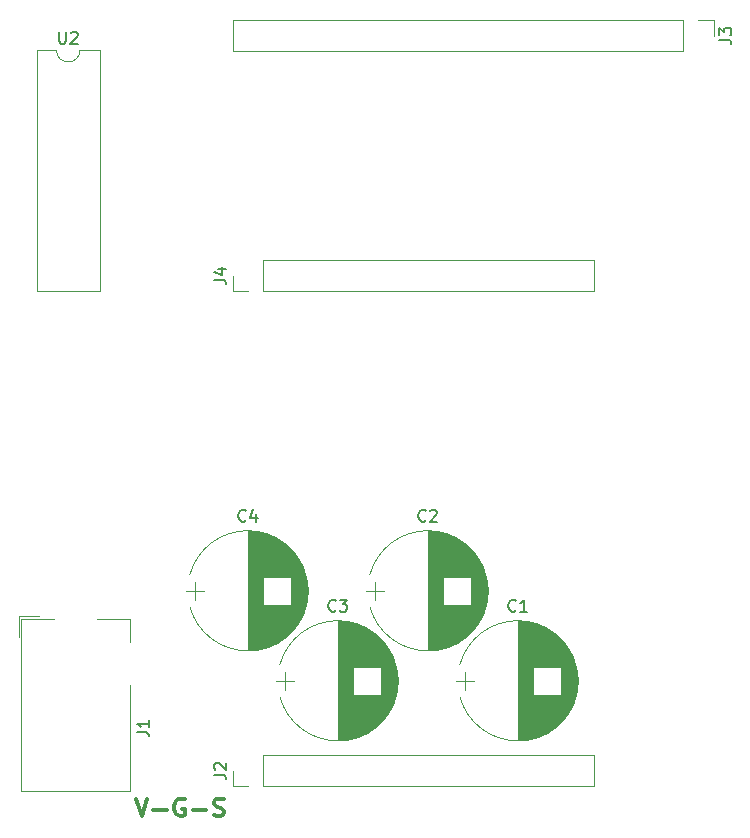
<source format=gbr>
G04 #@! TF.FileFunction,Legend,Top*
%FSLAX46Y46*%
G04 Gerber Fmt 4.6, Leading zero omitted, Abs format (unit mm)*
G04 Created by KiCad (PCBNEW 4.0.7-e2-6376~58~ubuntu16.04.1) date Fri Nov 24 12:37:30 2017*
%MOMM*%
%LPD*%
G01*
G04 APERTURE LIST*
%ADD10C,0.100000*%
%ADD11C,0.300000*%
%ADD12C,0.120000*%
%ADD13C,0.150000*%
G04 APERTURE END LIST*
D10*
D11*
X37453572Y-83633571D02*
X37953572Y-85133571D01*
X38453572Y-83633571D01*
X38953572Y-84562143D02*
X40096429Y-84562143D01*
X41596429Y-83705000D02*
X41453572Y-83633571D01*
X41239286Y-83633571D01*
X41025001Y-83705000D01*
X40882143Y-83847857D01*
X40810715Y-83990714D01*
X40739286Y-84276429D01*
X40739286Y-84490714D01*
X40810715Y-84776429D01*
X40882143Y-84919286D01*
X41025001Y-85062143D01*
X41239286Y-85133571D01*
X41382143Y-85133571D01*
X41596429Y-85062143D01*
X41667858Y-84990714D01*
X41667858Y-84490714D01*
X41382143Y-84490714D01*
X42310715Y-84562143D02*
X43453572Y-84562143D01*
X44096429Y-85062143D02*
X44310715Y-85133571D01*
X44667858Y-85133571D01*
X44810715Y-85062143D01*
X44882144Y-84990714D01*
X44953572Y-84847857D01*
X44953572Y-84705000D01*
X44882144Y-84562143D01*
X44810715Y-84490714D01*
X44667858Y-84419286D01*
X44382144Y-84347857D01*
X44239286Y-84276429D01*
X44167858Y-84205000D01*
X44096429Y-84062143D01*
X44096429Y-83919286D01*
X44167858Y-83776429D01*
X44239286Y-83705000D01*
X44382144Y-83633571D01*
X44739286Y-83633571D01*
X44953572Y-83705000D01*
D12*
X32750000Y-20260000D02*
G75*
G02X30750000Y-20260000I-1000000J0D01*
G01*
X30750000Y-20260000D02*
X29100000Y-20260000D01*
X29100000Y-20260000D02*
X29100000Y-40700000D01*
X29100000Y-40700000D02*
X34400000Y-40700000D01*
X34400000Y-40700000D02*
X34400000Y-20260000D01*
X34400000Y-20260000D02*
X32750000Y-20260000D01*
X74708437Y-72276736D02*
G75*
G03X64910643Y-72280000I-4898437J-1383264D01*
G01*
X74708437Y-75043264D02*
G75*
G02X64910643Y-75040000I-4898437J1383264D01*
G01*
X74708437Y-75043264D02*
G75*
G03X74709357Y-72280000I-4898437J1383264D01*
G01*
X69810000Y-68610000D02*
X69810000Y-78710000D01*
X69850000Y-68610000D02*
X69850000Y-78710000D01*
X69890000Y-68610000D02*
X69890000Y-78710000D01*
X69930000Y-68611000D02*
X69930000Y-78709000D01*
X69970000Y-68612000D02*
X69970000Y-78708000D01*
X70010000Y-68613000D02*
X70010000Y-78707000D01*
X70050000Y-68615000D02*
X70050000Y-78705000D01*
X70090000Y-68617000D02*
X70090000Y-78703000D01*
X70130000Y-68620000D02*
X70130000Y-78700000D01*
X70170000Y-68622000D02*
X70170000Y-78698000D01*
X70210000Y-68625000D02*
X70210000Y-78695000D01*
X70250000Y-68629000D02*
X70250000Y-78691000D01*
X70290000Y-68632000D02*
X70290000Y-78688000D01*
X70330000Y-68636000D02*
X70330000Y-78684000D01*
X70370000Y-68640000D02*
X70370000Y-78680000D01*
X70410000Y-68645000D02*
X70410000Y-78675000D01*
X70450000Y-68650000D02*
X70450000Y-78670000D01*
X70490000Y-68655000D02*
X70490000Y-78665000D01*
X70531000Y-68661000D02*
X70531000Y-78659000D01*
X70571000Y-68667000D02*
X70571000Y-78653000D01*
X70611000Y-68673000D02*
X70611000Y-78647000D01*
X70651000Y-68679000D02*
X70651000Y-78641000D01*
X70691000Y-68686000D02*
X70691000Y-78634000D01*
X70731000Y-68693000D02*
X70731000Y-78627000D01*
X70771000Y-68701000D02*
X70771000Y-78619000D01*
X70811000Y-68709000D02*
X70811000Y-78611000D01*
X70851000Y-68717000D02*
X70851000Y-78603000D01*
X70891000Y-68725000D02*
X70891000Y-78595000D01*
X70931000Y-68734000D02*
X70931000Y-78586000D01*
X70971000Y-68743000D02*
X70971000Y-78577000D01*
X71011000Y-68753000D02*
X71011000Y-78567000D01*
X71051000Y-68763000D02*
X71051000Y-78557000D01*
X71091000Y-68773000D02*
X71091000Y-78547000D01*
X71131000Y-68784000D02*
X71131000Y-72479000D01*
X71131000Y-74841000D02*
X71131000Y-78536000D01*
X71171000Y-68795000D02*
X71171000Y-72479000D01*
X71171000Y-74841000D02*
X71171000Y-78525000D01*
X71211000Y-68806000D02*
X71211000Y-72479000D01*
X71211000Y-74841000D02*
X71211000Y-78514000D01*
X71251000Y-68817000D02*
X71251000Y-72479000D01*
X71251000Y-74841000D02*
X71251000Y-78503000D01*
X71291000Y-68829000D02*
X71291000Y-72479000D01*
X71291000Y-74841000D02*
X71291000Y-78491000D01*
X71331000Y-68842000D02*
X71331000Y-72479000D01*
X71331000Y-74841000D02*
X71331000Y-78478000D01*
X71371000Y-68854000D02*
X71371000Y-72479000D01*
X71371000Y-74841000D02*
X71371000Y-78466000D01*
X71411000Y-68868000D02*
X71411000Y-72479000D01*
X71411000Y-74841000D02*
X71411000Y-78452000D01*
X71451000Y-68881000D02*
X71451000Y-72479000D01*
X71451000Y-74841000D02*
X71451000Y-78439000D01*
X71491000Y-68895000D02*
X71491000Y-72479000D01*
X71491000Y-74841000D02*
X71491000Y-78425000D01*
X71531000Y-68909000D02*
X71531000Y-72479000D01*
X71531000Y-74841000D02*
X71531000Y-78411000D01*
X71571000Y-68923000D02*
X71571000Y-72479000D01*
X71571000Y-74841000D02*
X71571000Y-78397000D01*
X71611000Y-68938000D02*
X71611000Y-72479000D01*
X71611000Y-74841000D02*
X71611000Y-78382000D01*
X71651000Y-68954000D02*
X71651000Y-72479000D01*
X71651000Y-74841000D02*
X71651000Y-78366000D01*
X71691000Y-68969000D02*
X71691000Y-72479000D01*
X71691000Y-74841000D02*
X71691000Y-78351000D01*
X71731000Y-68986000D02*
X71731000Y-72479000D01*
X71731000Y-74841000D02*
X71731000Y-78334000D01*
X71771000Y-69002000D02*
X71771000Y-72479000D01*
X71771000Y-74841000D02*
X71771000Y-78318000D01*
X71811000Y-69019000D02*
X71811000Y-72479000D01*
X71811000Y-74841000D02*
X71811000Y-78301000D01*
X71851000Y-69036000D02*
X71851000Y-72479000D01*
X71851000Y-74841000D02*
X71851000Y-78284000D01*
X71891000Y-69054000D02*
X71891000Y-72479000D01*
X71891000Y-74841000D02*
X71891000Y-78266000D01*
X71931000Y-69072000D02*
X71931000Y-72479000D01*
X71931000Y-74841000D02*
X71931000Y-78248000D01*
X71971000Y-69091000D02*
X71971000Y-72479000D01*
X71971000Y-74841000D02*
X71971000Y-78229000D01*
X72011000Y-69110000D02*
X72011000Y-72479000D01*
X72011000Y-74841000D02*
X72011000Y-78210000D01*
X72051000Y-69129000D02*
X72051000Y-72479000D01*
X72051000Y-74841000D02*
X72051000Y-78191000D01*
X72091000Y-69149000D02*
X72091000Y-72479000D01*
X72091000Y-74841000D02*
X72091000Y-78171000D01*
X72131000Y-69169000D02*
X72131000Y-72479000D01*
X72131000Y-74841000D02*
X72131000Y-78151000D01*
X72171000Y-69190000D02*
X72171000Y-72479000D01*
X72171000Y-74841000D02*
X72171000Y-78130000D01*
X72211000Y-69211000D02*
X72211000Y-72479000D01*
X72211000Y-74841000D02*
X72211000Y-78109000D01*
X72251000Y-69232000D02*
X72251000Y-72479000D01*
X72251000Y-74841000D02*
X72251000Y-78088000D01*
X72291000Y-69255000D02*
X72291000Y-72479000D01*
X72291000Y-74841000D02*
X72291000Y-78065000D01*
X72331000Y-69277000D02*
X72331000Y-72479000D01*
X72331000Y-74841000D02*
X72331000Y-78043000D01*
X72371000Y-69300000D02*
X72371000Y-72479000D01*
X72371000Y-74841000D02*
X72371000Y-78020000D01*
X72411000Y-69324000D02*
X72411000Y-72479000D01*
X72411000Y-74841000D02*
X72411000Y-77996000D01*
X72451000Y-69348000D02*
X72451000Y-72479000D01*
X72451000Y-74841000D02*
X72451000Y-77972000D01*
X72491000Y-69372000D02*
X72491000Y-72479000D01*
X72491000Y-74841000D02*
X72491000Y-77948000D01*
X72531000Y-69397000D02*
X72531000Y-72479000D01*
X72531000Y-74841000D02*
X72531000Y-77923000D01*
X72571000Y-69423000D02*
X72571000Y-72479000D01*
X72571000Y-74841000D02*
X72571000Y-77897000D01*
X72611000Y-69449000D02*
X72611000Y-72479000D01*
X72611000Y-74841000D02*
X72611000Y-77871000D01*
X72651000Y-69475000D02*
X72651000Y-72479000D01*
X72651000Y-74841000D02*
X72651000Y-77845000D01*
X72691000Y-69503000D02*
X72691000Y-72479000D01*
X72691000Y-74841000D02*
X72691000Y-77817000D01*
X72731000Y-69530000D02*
X72731000Y-72479000D01*
X72731000Y-74841000D02*
X72731000Y-77790000D01*
X72771000Y-69559000D02*
X72771000Y-72479000D01*
X72771000Y-74841000D02*
X72771000Y-77761000D01*
X72811000Y-69588000D02*
X72811000Y-72479000D01*
X72811000Y-74841000D02*
X72811000Y-77732000D01*
X72851000Y-69617000D02*
X72851000Y-72479000D01*
X72851000Y-74841000D02*
X72851000Y-77703000D01*
X72891000Y-69647000D02*
X72891000Y-72479000D01*
X72891000Y-74841000D02*
X72891000Y-77673000D01*
X72931000Y-69678000D02*
X72931000Y-72479000D01*
X72931000Y-74841000D02*
X72931000Y-77642000D01*
X72971000Y-69709000D02*
X72971000Y-72479000D01*
X72971000Y-74841000D02*
X72971000Y-77611000D01*
X73011000Y-69741000D02*
X73011000Y-72479000D01*
X73011000Y-74841000D02*
X73011000Y-77579000D01*
X73051000Y-69774000D02*
X73051000Y-72479000D01*
X73051000Y-74841000D02*
X73051000Y-77546000D01*
X73091000Y-69807000D02*
X73091000Y-72479000D01*
X73091000Y-74841000D02*
X73091000Y-77513000D01*
X73131000Y-69841000D02*
X73131000Y-72479000D01*
X73131000Y-74841000D02*
X73131000Y-77479000D01*
X73171000Y-69876000D02*
X73171000Y-72479000D01*
X73171000Y-74841000D02*
X73171000Y-77444000D01*
X73211000Y-69912000D02*
X73211000Y-72479000D01*
X73211000Y-74841000D02*
X73211000Y-77408000D01*
X73251000Y-69948000D02*
X73251000Y-72479000D01*
X73251000Y-74841000D02*
X73251000Y-77372000D01*
X73291000Y-69985000D02*
X73291000Y-72479000D01*
X73291000Y-74841000D02*
X73291000Y-77335000D01*
X73331000Y-70023000D02*
X73331000Y-72479000D01*
X73331000Y-74841000D02*
X73331000Y-77297000D01*
X73371000Y-70062000D02*
X73371000Y-72479000D01*
X73371000Y-74841000D02*
X73371000Y-77258000D01*
X73411000Y-70101000D02*
X73411000Y-72479000D01*
X73411000Y-74841000D02*
X73411000Y-77219000D01*
X73451000Y-70142000D02*
X73451000Y-72479000D01*
X73451000Y-74841000D02*
X73451000Y-77178000D01*
X73491000Y-70183000D02*
X73491000Y-77137000D01*
X73531000Y-70225000D02*
X73531000Y-77095000D01*
X73571000Y-70269000D02*
X73571000Y-77051000D01*
X73611000Y-70313000D02*
X73611000Y-77007000D01*
X73651000Y-70358000D02*
X73651000Y-76962000D01*
X73691000Y-70405000D02*
X73691000Y-76915000D01*
X73731000Y-70453000D02*
X73731000Y-76867000D01*
X73771000Y-70502000D02*
X73771000Y-76818000D01*
X73811000Y-70552000D02*
X73811000Y-76768000D01*
X73851000Y-70603000D02*
X73851000Y-76717000D01*
X73891000Y-70656000D02*
X73891000Y-76664000D01*
X73931000Y-70711000D02*
X73931000Y-76609000D01*
X73971000Y-70766000D02*
X73971000Y-76554000D01*
X74011000Y-70824000D02*
X74011000Y-76496000D01*
X74051000Y-70883000D02*
X74051000Y-76437000D01*
X74091000Y-70945000D02*
X74091000Y-76375000D01*
X74131000Y-71008000D02*
X74131000Y-76312000D01*
X74171000Y-71073000D02*
X74171000Y-76247000D01*
X74211000Y-71141000D02*
X74211000Y-76179000D01*
X74251000Y-71211000D02*
X74251000Y-76109000D01*
X74291000Y-71283000D02*
X74291000Y-76037000D01*
X74331000Y-71359000D02*
X74331000Y-75961000D01*
X74371000Y-71438000D02*
X74371000Y-75882000D01*
X74411000Y-71520000D02*
X74411000Y-75800000D01*
X74451000Y-71607000D02*
X74451000Y-75713000D01*
X74491000Y-71698000D02*
X74491000Y-75622000D01*
X74531000Y-71794000D02*
X74531000Y-75526000D01*
X74571000Y-71897000D02*
X74571000Y-75423000D01*
X74611000Y-72006000D02*
X74611000Y-75314000D01*
X74651000Y-72124000D02*
X74651000Y-75196000D01*
X74691000Y-72253000D02*
X74691000Y-75067000D01*
X74731000Y-72395000D02*
X74731000Y-74925000D01*
X74771000Y-72556000D02*
X74771000Y-74764000D01*
X74811000Y-72747000D02*
X74811000Y-74573000D01*
X74851000Y-72988000D02*
X74851000Y-74332000D01*
X74891000Y-73381000D02*
X74891000Y-73939000D01*
X64610000Y-73660000D02*
X66110000Y-73660000D01*
X65360000Y-72910000D02*
X65360000Y-74410000D01*
X76260000Y-82610000D02*
X76260000Y-79950000D01*
X48260000Y-82610000D02*
X76260000Y-82610000D01*
X48260000Y-79950000D02*
X76260000Y-79950000D01*
X48260000Y-82610000D02*
X48260000Y-79950000D01*
X46990000Y-82610000D02*
X45660000Y-82610000D01*
X45660000Y-82610000D02*
X45660000Y-81280000D01*
X45660000Y-17720000D02*
X45660000Y-20380000D01*
X83820000Y-17720000D02*
X45660000Y-17720000D01*
X83820000Y-20380000D02*
X45660000Y-20380000D01*
X83820000Y-17720000D02*
X83820000Y-20380000D01*
X85090000Y-17720000D02*
X86420000Y-17720000D01*
X86420000Y-17720000D02*
X86420000Y-19050000D01*
X76260000Y-40700000D02*
X76260000Y-38040000D01*
X48260000Y-40700000D02*
X76260000Y-40700000D01*
X48260000Y-38040000D02*
X76260000Y-38040000D01*
X48260000Y-40700000D02*
X48260000Y-38040000D01*
X46990000Y-40700000D02*
X45660000Y-40700000D01*
X45660000Y-40700000D02*
X45660000Y-39370000D01*
X36985000Y-74015000D02*
X36985000Y-83015000D01*
X36985000Y-83015000D02*
X27785000Y-83015000D01*
X27785000Y-83015000D02*
X27785000Y-68415000D01*
X27785000Y-68415000D02*
X30585000Y-68415000D01*
X34185000Y-68415000D02*
X36985000Y-68415000D01*
X36985000Y-68415000D02*
X36985000Y-70415000D01*
X27545000Y-69915000D02*
X27545000Y-68175000D01*
X27545000Y-68175000D02*
X29285000Y-68175000D01*
X67088437Y-64656736D02*
G75*
G03X57290643Y-64660000I-4898437J-1383264D01*
G01*
X67088437Y-67423264D02*
G75*
G02X57290643Y-67420000I-4898437J1383264D01*
G01*
X67088437Y-67423264D02*
G75*
G03X67089357Y-64660000I-4898437J1383264D01*
G01*
X62190000Y-60990000D02*
X62190000Y-71090000D01*
X62230000Y-60990000D02*
X62230000Y-71090000D01*
X62270000Y-60990000D02*
X62270000Y-71090000D01*
X62310000Y-60991000D02*
X62310000Y-71089000D01*
X62350000Y-60992000D02*
X62350000Y-71088000D01*
X62390000Y-60993000D02*
X62390000Y-71087000D01*
X62430000Y-60995000D02*
X62430000Y-71085000D01*
X62470000Y-60997000D02*
X62470000Y-71083000D01*
X62510000Y-61000000D02*
X62510000Y-71080000D01*
X62550000Y-61002000D02*
X62550000Y-71078000D01*
X62590000Y-61005000D02*
X62590000Y-71075000D01*
X62630000Y-61009000D02*
X62630000Y-71071000D01*
X62670000Y-61012000D02*
X62670000Y-71068000D01*
X62710000Y-61016000D02*
X62710000Y-71064000D01*
X62750000Y-61020000D02*
X62750000Y-71060000D01*
X62790000Y-61025000D02*
X62790000Y-71055000D01*
X62830000Y-61030000D02*
X62830000Y-71050000D01*
X62870000Y-61035000D02*
X62870000Y-71045000D01*
X62911000Y-61041000D02*
X62911000Y-71039000D01*
X62951000Y-61047000D02*
X62951000Y-71033000D01*
X62991000Y-61053000D02*
X62991000Y-71027000D01*
X63031000Y-61059000D02*
X63031000Y-71021000D01*
X63071000Y-61066000D02*
X63071000Y-71014000D01*
X63111000Y-61073000D02*
X63111000Y-71007000D01*
X63151000Y-61081000D02*
X63151000Y-70999000D01*
X63191000Y-61089000D02*
X63191000Y-70991000D01*
X63231000Y-61097000D02*
X63231000Y-70983000D01*
X63271000Y-61105000D02*
X63271000Y-70975000D01*
X63311000Y-61114000D02*
X63311000Y-70966000D01*
X63351000Y-61123000D02*
X63351000Y-70957000D01*
X63391000Y-61133000D02*
X63391000Y-70947000D01*
X63431000Y-61143000D02*
X63431000Y-70937000D01*
X63471000Y-61153000D02*
X63471000Y-70927000D01*
X63511000Y-61164000D02*
X63511000Y-64859000D01*
X63511000Y-67221000D02*
X63511000Y-70916000D01*
X63551000Y-61175000D02*
X63551000Y-64859000D01*
X63551000Y-67221000D02*
X63551000Y-70905000D01*
X63591000Y-61186000D02*
X63591000Y-64859000D01*
X63591000Y-67221000D02*
X63591000Y-70894000D01*
X63631000Y-61197000D02*
X63631000Y-64859000D01*
X63631000Y-67221000D02*
X63631000Y-70883000D01*
X63671000Y-61209000D02*
X63671000Y-64859000D01*
X63671000Y-67221000D02*
X63671000Y-70871000D01*
X63711000Y-61222000D02*
X63711000Y-64859000D01*
X63711000Y-67221000D02*
X63711000Y-70858000D01*
X63751000Y-61234000D02*
X63751000Y-64859000D01*
X63751000Y-67221000D02*
X63751000Y-70846000D01*
X63791000Y-61248000D02*
X63791000Y-64859000D01*
X63791000Y-67221000D02*
X63791000Y-70832000D01*
X63831000Y-61261000D02*
X63831000Y-64859000D01*
X63831000Y-67221000D02*
X63831000Y-70819000D01*
X63871000Y-61275000D02*
X63871000Y-64859000D01*
X63871000Y-67221000D02*
X63871000Y-70805000D01*
X63911000Y-61289000D02*
X63911000Y-64859000D01*
X63911000Y-67221000D02*
X63911000Y-70791000D01*
X63951000Y-61303000D02*
X63951000Y-64859000D01*
X63951000Y-67221000D02*
X63951000Y-70777000D01*
X63991000Y-61318000D02*
X63991000Y-64859000D01*
X63991000Y-67221000D02*
X63991000Y-70762000D01*
X64031000Y-61334000D02*
X64031000Y-64859000D01*
X64031000Y-67221000D02*
X64031000Y-70746000D01*
X64071000Y-61349000D02*
X64071000Y-64859000D01*
X64071000Y-67221000D02*
X64071000Y-70731000D01*
X64111000Y-61366000D02*
X64111000Y-64859000D01*
X64111000Y-67221000D02*
X64111000Y-70714000D01*
X64151000Y-61382000D02*
X64151000Y-64859000D01*
X64151000Y-67221000D02*
X64151000Y-70698000D01*
X64191000Y-61399000D02*
X64191000Y-64859000D01*
X64191000Y-67221000D02*
X64191000Y-70681000D01*
X64231000Y-61416000D02*
X64231000Y-64859000D01*
X64231000Y-67221000D02*
X64231000Y-70664000D01*
X64271000Y-61434000D02*
X64271000Y-64859000D01*
X64271000Y-67221000D02*
X64271000Y-70646000D01*
X64311000Y-61452000D02*
X64311000Y-64859000D01*
X64311000Y-67221000D02*
X64311000Y-70628000D01*
X64351000Y-61471000D02*
X64351000Y-64859000D01*
X64351000Y-67221000D02*
X64351000Y-70609000D01*
X64391000Y-61490000D02*
X64391000Y-64859000D01*
X64391000Y-67221000D02*
X64391000Y-70590000D01*
X64431000Y-61509000D02*
X64431000Y-64859000D01*
X64431000Y-67221000D02*
X64431000Y-70571000D01*
X64471000Y-61529000D02*
X64471000Y-64859000D01*
X64471000Y-67221000D02*
X64471000Y-70551000D01*
X64511000Y-61549000D02*
X64511000Y-64859000D01*
X64511000Y-67221000D02*
X64511000Y-70531000D01*
X64551000Y-61570000D02*
X64551000Y-64859000D01*
X64551000Y-67221000D02*
X64551000Y-70510000D01*
X64591000Y-61591000D02*
X64591000Y-64859000D01*
X64591000Y-67221000D02*
X64591000Y-70489000D01*
X64631000Y-61612000D02*
X64631000Y-64859000D01*
X64631000Y-67221000D02*
X64631000Y-70468000D01*
X64671000Y-61635000D02*
X64671000Y-64859000D01*
X64671000Y-67221000D02*
X64671000Y-70445000D01*
X64711000Y-61657000D02*
X64711000Y-64859000D01*
X64711000Y-67221000D02*
X64711000Y-70423000D01*
X64751000Y-61680000D02*
X64751000Y-64859000D01*
X64751000Y-67221000D02*
X64751000Y-70400000D01*
X64791000Y-61704000D02*
X64791000Y-64859000D01*
X64791000Y-67221000D02*
X64791000Y-70376000D01*
X64831000Y-61728000D02*
X64831000Y-64859000D01*
X64831000Y-67221000D02*
X64831000Y-70352000D01*
X64871000Y-61752000D02*
X64871000Y-64859000D01*
X64871000Y-67221000D02*
X64871000Y-70328000D01*
X64911000Y-61777000D02*
X64911000Y-64859000D01*
X64911000Y-67221000D02*
X64911000Y-70303000D01*
X64951000Y-61803000D02*
X64951000Y-64859000D01*
X64951000Y-67221000D02*
X64951000Y-70277000D01*
X64991000Y-61829000D02*
X64991000Y-64859000D01*
X64991000Y-67221000D02*
X64991000Y-70251000D01*
X65031000Y-61855000D02*
X65031000Y-64859000D01*
X65031000Y-67221000D02*
X65031000Y-70225000D01*
X65071000Y-61883000D02*
X65071000Y-64859000D01*
X65071000Y-67221000D02*
X65071000Y-70197000D01*
X65111000Y-61910000D02*
X65111000Y-64859000D01*
X65111000Y-67221000D02*
X65111000Y-70170000D01*
X65151000Y-61939000D02*
X65151000Y-64859000D01*
X65151000Y-67221000D02*
X65151000Y-70141000D01*
X65191000Y-61968000D02*
X65191000Y-64859000D01*
X65191000Y-67221000D02*
X65191000Y-70112000D01*
X65231000Y-61997000D02*
X65231000Y-64859000D01*
X65231000Y-67221000D02*
X65231000Y-70083000D01*
X65271000Y-62027000D02*
X65271000Y-64859000D01*
X65271000Y-67221000D02*
X65271000Y-70053000D01*
X65311000Y-62058000D02*
X65311000Y-64859000D01*
X65311000Y-67221000D02*
X65311000Y-70022000D01*
X65351000Y-62089000D02*
X65351000Y-64859000D01*
X65351000Y-67221000D02*
X65351000Y-69991000D01*
X65391000Y-62121000D02*
X65391000Y-64859000D01*
X65391000Y-67221000D02*
X65391000Y-69959000D01*
X65431000Y-62154000D02*
X65431000Y-64859000D01*
X65431000Y-67221000D02*
X65431000Y-69926000D01*
X65471000Y-62187000D02*
X65471000Y-64859000D01*
X65471000Y-67221000D02*
X65471000Y-69893000D01*
X65511000Y-62221000D02*
X65511000Y-64859000D01*
X65511000Y-67221000D02*
X65511000Y-69859000D01*
X65551000Y-62256000D02*
X65551000Y-64859000D01*
X65551000Y-67221000D02*
X65551000Y-69824000D01*
X65591000Y-62292000D02*
X65591000Y-64859000D01*
X65591000Y-67221000D02*
X65591000Y-69788000D01*
X65631000Y-62328000D02*
X65631000Y-64859000D01*
X65631000Y-67221000D02*
X65631000Y-69752000D01*
X65671000Y-62365000D02*
X65671000Y-64859000D01*
X65671000Y-67221000D02*
X65671000Y-69715000D01*
X65711000Y-62403000D02*
X65711000Y-64859000D01*
X65711000Y-67221000D02*
X65711000Y-69677000D01*
X65751000Y-62442000D02*
X65751000Y-64859000D01*
X65751000Y-67221000D02*
X65751000Y-69638000D01*
X65791000Y-62481000D02*
X65791000Y-64859000D01*
X65791000Y-67221000D02*
X65791000Y-69599000D01*
X65831000Y-62522000D02*
X65831000Y-64859000D01*
X65831000Y-67221000D02*
X65831000Y-69558000D01*
X65871000Y-62563000D02*
X65871000Y-69517000D01*
X65911000Y-62605000D02*
X65911000Y-69475000D01*
X65951000Y-62649000D02*
X65951000Y-69431000D01*
X65991000Y-62693000D02*
X65991000Y-69387000D01*
X66031000Y-62738000D02*
X66031000Y-69342000D01*
X66071000Y-62785000D02*
X66071000Y-69295000D01*
X66111000Y-62833000D02*
X66111000Y-69247000D01*
X66151000Y-62882000D02*
X66151000Y-69198000D01*
X66191000Y-62932000D02*
X66191000Y-69148000D01*
X66231000Y-62983000D02*
X66231000Y-69097000D01*
X66271000Y-63036000D02*
X66271000Y-69044000D01*
X66311000Y-63091000D02*
X66311000Y-68989000D01*
X66351000Y-63146000D02*
X66351000Y-68934000D01*
X66391000Y-63204000D02*
X66391000Y-68876000D01*
X66431000Y-63263000D02*
X66431000Y-68817000D01*
X66471000Y-63325000D02*
X66471000Y-68755000D01*
X66511000Y-63388000D02*
X66511000Y-68692000D01*
X66551000Y-63453000D02*
X66551000Y-68627000D01*
X66591000Y-63521000D02*
X66591000Y-68559000D01*
X66631000Y-63591000D02*
X66631000Y-68489000D01*
X66671000Y-63663000D02*
X66671000Y-68417000D01*
X66711000Y-63739000D02*
X66711000Y-68341000D01*
X66751000Y-63818000D02*
X66751000Y-68262000D01*
X66791000Y-63900000D02*
X66791000Y-68180000D01*
X66831000Y-63987000D02*
X66831000Y-68093000D01*
X66871000Y-64078000D02*
X66871000Y-68002000D01*
X66911000Y-64174000D02*
X66911000Y-67906000D01*
X66951000Y-64277000D02*
X66951000Y-67803000D01*
X66991000Y-64386000D02*
X66991000Y-67694000D01*
X67031000Y-64504000D02*
X67031000Y-67576000D01*
X67071000Y-64633000D02*
X67071000Y-67447000D01*
X67111000Y-64775000D02*
X67111000Y-67305000D01*
X67151000Y-64936000D02*
X67151000Y-67144000D01*
X67191000Y-65127000D02*
X67191000Y-66953000D01*
X67231000Y-65368000D02*
X67231000Y-66712000D01*
X67271000Y-65761000D02*
X67271000Y-66319000D01*
X56990000Y-66040000D02*
X58490000Y-66040000D01*
X57740000Y-65290000D02*
X57740000Y-66790000D01*
X59468437Y-72276736D02*
G75*
G03X49670643Y-72280000I-4898437J-1383264D01*
G01*
X59468437Y-75043264D02*
G75*
G02X49670643Y-75040000I-4898437J1383264D01*
G01*
X59468437Y-75043264D02*
G75*
G03X59469357Y-72280000I-4898437J1383264D01*
G01*
X54570000Y-68610000D02*
X54570000Y-78710000D01*
X54610000Y-68610000D02*
X54610000Y-78710000D01*
X54650000Y-68610000D02*
X54650000Y-78710000D01*
X54690000Y-68611000D02*
X54690000Y-78709000D01*
X54730000Y-68612000D02*
X54730000Y-78708000D01*
X54770000Y-68613000D02*
X54770000Y-78707000D01*
X54810000Y-68615000D02*
X54810000Y-78705000D01*
X54850000Y-68617000D02*
X54850000Y-78703000D01*
X54890000Y-68620000D02*
X54890000Y-78700000D01*
X54930000Y-68622000D02*
X54930000Y-78698000D01*
X54970000Y-68625000D02*
X54970000Y-78695000D01*
X55010000Y-68629000D02*
X55010000Y-78691000D01*
X55050000Y-68632000D02*
X55050000Y-78688000D01*
X55090000Y-68636000D02*
X55090000Y-78684000D01*
X55130000Y-68640000D02*
X55130000Y-78680000D01*
X55170000Y-68645000D02*
X55170000Y-78675000D01*
X55210000Y-68650000D02*
X55210000Y-78670000D01*
X55250000Y-68655000D02*
X55250000Y-78665000D01*
X55291000Y-68661000D02*
X55291000Y-78659000D01*
X55331000Y-68667000D02*
X55331000Y-78653000D01*
X55371000Y-68673000D02*
X55371000Y-78647000D01*
X55411000Y-68679000D02*
X55411000Y-78641000D01*
X55451000Y-68686000D02*
X55451000Y-78634000D01*
X55491000Y-68693000D02*
X55491000Y-78627000D01*
X55531000Y-68701000D02*
X55531000Y-78619000D01*
X55571000Y-68709000D02*
X55571000Y-78611000D01*
X55611000Y-68717000D02*
X55611000Y-78603000D01*
X55651000Y-68725000D02*
X55651000Y-78595000D01*
X55691000Y-68734000D02*
X55691000Y-78586000D01*
X55731000Y-68743000D02*
X55731000Y-78577000D01*
X55771000Y-68753000D02*
X55771000Y-78567000D01*
X55811000Y-68763000D02*
X55811000Y-78557000D01*
X55851000Y-68773000D02*
X55851000Y-78547000D01*
X55891000Y-68784000D02*
X55891000Y-72479000D01*
X55891000Y-74841000D02*
X55891000Y-78536000D01*
X55931000Y-68795000D02*
X55931000Y-72479000D01*
X55931000Y-74841000D02*
X55931000Y-78525000D01*
X55971000Y-68806000D02*
X55971000Y-72479000D01*
X55971000Y-74841000D02*
X55971000Y-78514000D01*
X56011000Y-68817000D02*
X56011000Y-72479000D01*
X56011000Y-74841000D02*
X56011000Y-78503000D01*
X56051000Y-68829000D02*
X56051000Y-72479000D01*
X56051000Y-74841000D02*
X56051000Y-78491000D01*
X56091000Y-68842000D02*
X56091000Y-72479000D01*
X56091000Y-74841000D02*
X56091000Y-78478000D01*
X56131000Y-68854000D02*
X56131000Y-72479000D01*
X56131000Y-74841000D02*
X56131000Y-78466000D01*
X56171000Y-68868000D02*
X56171000Y-72479000D01*
X56171000Y-74841000D02*
X56171000Y-78452000D01*
X56211000Y-68881000D02*
X56211000Y-72479000D01*
X56211000Y-74841000D02*
X56211000Y-78439000D01*
X56251000Y-68895000D02*
X56251000Y-72479000D01*
X56251000Y-74841000D02*
X56251000Y-78425000D01*
X56291000Y-68909000D02*
X56291000Y-72479000D01*
X56291000Y-74841000D02*
X56291000Y-78411000D01*
X56331000Y-68923000D02*
X56331000Y-72479000D01*
X56331000Y-74841000D02*
X56331000Y-78397000D01*
X56371000Y-68938000D02*
X56371000Y-72479000D01*
X56371000Y-74841000D02*
X56371000Y-78382000D01*
X56411000Y-68954000D02*
X56411000Y-72479000D01*
X56411000Y-74841000D02*
X56411000Y-78366000D01*
X56451000Y-68969000D02*
X56451000Y-72479000D01*
X56451000Y-74841000D02*
X56451000Y-78351000D01*
X56491000Y-68986000D02*
X56491000Y-72479000D01*
X56491000Y-74841000D02*
X56491000Y-78334000D01*
X56531000Y-69002000D02*
X56531000Y-72479000D01*
X56531000Y-74841000D02*
X56531000Y-78318000D01*
X56571000Y-69019000D02*
X56571000Y-72479000D01*
X56571000Y-74841000D02*
X56571000Y-78301000D01*
X56611000Y-69036000D02*
X56611000Y-72479000D01*
X56611000Y-74841000D02*
X56611000Y-78284000D01*
X56651000Y-69054000D02*
X56651000Y-72479000D01*
X56651000Y-74841000D02*
X56651000Y-78266000D01*
X56691000Y-69072000D02*
X56691000Y-72479000D01*
X56691000Y-74841000D02*
X56691000Y-78248000D01*
X56731000Y-69091000D02*
X56731000Y-72479000D01*
X56731000Y-74841000D02*
X56731000Y-78229000D01*
X56771000Y-69110000D02*
X56771000Y-72479000D01*
X56771000Y-74841000D02*
X56771000Y-78210000D01*
X56811000Y-69129000D02*
X56811000Y-72479000D01*
X56811000Y-74841000D02*
X56811000Y-78191000D01*
X56851000Y-69149000D02*
X56851000Y-72479000D01*
X56851000Y-74841000D02*
X56851000Y-78171000D01*
X56891000Y-69169000D02*
X56891000Y-72479000D01*
X56891000Y-74841000D02*
X56891000Y-78151000D01*
X56931000Y-69190000D02*
X56931000Y-72479000D01*
X56931000Y-74841000D02*
X56931000Y-78130000D01*
X56971000Y-69211000D02*
X56971000Y-72479000D01*
X56971000Y-74841000D02*
X56971000Y-78109000D01*
X57011000Y-69232000D02*
X57011000Y-72479000D01*
X57011000Y-74841000D02*
X57011000Y-78088000D01*
X57051000Y-69255000D02*
X57051000Y-72479000D01*
X57051000Y-74841000D02*
X57051000Y-78065000D01*
X57091000Y-69277000D02*
X57091000Y-72479000D01*
X57091000Y-74841000D02*
X57091000Y-78043000D01*
X57131000Y-69300000D02*
X57131000Y-72479000D01*
X57131000Y-74841000D02*
X57131000Y-78020000D01*
X57171000Y-69324000D02*
X57171000Y-72479000D01*
X57171000Y-74841000D02*
X57171000Y-77996000D01*
X57211000Y-69348000D02*
X57211000Y-72479000D01*
X57211000Y-74841000D02*
X57211000Y-77972000D01*
X57251000Y-69372000D02*
X57251000Y-72479000D01*
X57251000Y-74841000D02*
X57251000Y-77948000D01*
X57291000Y-69397000D02*
X57291000Y-72479000D01*
X57291000Y-74841000D02*
X57291000Y-77923000D01*
X57331000Y-69423000D02*
X57331000Y-72479000D01*
X57331000Y-74841000D02*
X57331000Y-77897000D01*
X57371000Y-69449000D02*
X57371000Y-72479000D01*
X57371000Y-74841000D02*
X57371000Y-77871000D01*
X57411000Y-69475000D02*
X57411000Y-72479000D01*
X57411000Y-74841000D02*
X57411000Y-77845000D01*
X57451000Y-69503000D02*
X57451000Y-72479000D01*
X57451000Y-74841000D02*
X57451000Y-77817000D01*
X57491000Y-69530000D02*
X57491000Y-72479000D01*
X57491000Y-74841000D02*
X57491000Y-77790000D01*
X57531000Y-69559000D02*
X57531000Y-72479000D01*
X57531000Y-74841000D02*
X57531000Y-77761000D01*
X57571000Y-69588000D02*
X57571000Y-72479000D01*
X57571000Y-74841000D02*
X57571000Y-77732000D01*
X57611000Y-69617000D02*
X57611000Y-72479000D01*
X57611000Y-74841000D02*
X57611000Y-77703000D01*
X57651000Y-69647000D02*
X57651000Y-72479000D01*
X57651000Y-74841000D02*
X57651000Y-77673000D01*
X57691000Y-69678000D02*
X57691000Y-72479000D01*
X57691000Y-74841000D02*
X57691000Y-77642000D01*
X57731000Y-69709000D02*
X57731000Y-72479000D01*
X57731000Y-74841000D02*
X57731000Y-77611000D01*
X57771000Y-69741000D02*
X57771000Y-72479000D01*
X57771000Y-74841000D02*
X57771000Y-77579000D01*
X57811000Y-69774000D02*
X57811000Y-72479000D01*
X57811000Y-74841000D02*
X57811000Y-77546000D01*
X57851000Y-69807000D02*
X57851000Y-72479000D01*
X57851000Y-74841000D02*
X57851000Y-77513000D01*
X57891000Y-69841000D02*
X57891000Y-72479000D01*
X57891000Y-74841000D02*
X57891000Y-77479000D01*
X57931000Y-69876000D02*
X57931000Y-72479000D01*
X57931000Y-74841000D02*
X57931000Y-77444000D01*
X57971000Y-69912000D02*
X57971000Y-72479000D01*
X57971000Y-74841000D02*
X57971000Y-77408000D01*
X58011000Y-69948000D02*
X58011000Y-72479000D01*
X58011000Y-74841000D02*
X58011000Y-77372000D01*
X58051000Y-69985000D02*
X58051000Y-72479000D01*
X58051000Y-74841000D02*
X58051000Y-77335000D01*
X58091000Y-70023000D02*
X58091000Y-72479000D01*
X58091000Y-74841000D02*
X58091000Y-77297000D01*
X58131000Y-70062000D02*
X58131000Y-72479000D01*
X58131000Y-74841000D02*
X58131000Y-77258000D01*
X58171000Y-70101000D02*
X58171000Y-72479000D01*
X58171000Y-74841000D02*
X58171000Y-77219000D01*
X58211000Y-70142000D02*
X58211000Y-72479000D01*
X58211000Y-74841000D02*
X58211000Y-77178000D01*
X58251000Y-70183000D02*
X58251000Y-77137000D01*
X58291000Y-70225000D02*
X58291000Y-77095000D01*
X58331000Y-70269000D02*
X58331000Y-77051000D01*
X58371000Y-70313000D02*
X58371000Y-77007000D01*
X58411000Y-70358000D02*
X58411000Y-76962000D01*
X58451000Y-70405000D02*
X58451000Y-76915000D01*
X58491000Y-70453000D02*
X58491000Y-76867000D01*
X58531000Y-70502000D02*
X58531000Y-76818000D01*
X58571000Y-70552000D02*
X58571000Y-76768000D01*
X58611000Y-70603000D02*
X58611000Y-76717000D01*
X58651000Y-70656000D02*
X58651000Y-76664000D01*
X58691000Y-70711000D02*
X58691000Y-76609000D01*
X58731000Y-70766000D02*
X58731000Y-76554000D01*
X58771000Y-70824000D02*
X58771000Y-76496000D01*
X58811000Y-70883000D02*
X58811000Y-76437000D01*
X58851000Y-70945000D02*
X58851000Y-76375000D01*
X58891000Y-71008000D02*
X58891000Y-76312000D01*
X58931000Y-71073000D02*
X58931000Y-76247000D01*
X58971000Y-71141000D02*
X58971000Y-76179000D01*
X59011000Y-71211000D02*
X59011000Y-76109000D01*
X59051000Y-71283000D02*
X59051000Y-76037000D01*
X59091000Y-71359000D02*
X59091000Y-75961000D01*
X59131000Y-71438000D02*
X59131000Y-75882000D01*
X59171000Y-71520000D02*
X59171000Y-75800000D01*
X59211000Y-71607000D02*
X59211000Y-75713000D01*
X59251000Y-71698000D02*
X59251000Y-75622000D01*
X59291000Y-71794000D02*
X59291000Y-75526000D01*
X59331000Y-71897000D02*
X59331000Y-75423000D01*
X59371000Y-72006000D02*
X59371000Y-75314000D01*
X59411000Y-72124000D02*
X59411000Y-75196000D01*
X59451000Y-72253000D02*
X59451000Y-75067000D01*
X59491000Y-72395000D02*
X59491000Y-74925000D01*
X59531000Y-72556000D02*
X59531000Y-74764000D01*
X59571000Y-72747000D02*
X59571000Y-74573000D01*
X59611000Y-72988000D02*
X59611000Y-74332000D01*
X59651000Y-73381000D02*
X59651000Y-73939000D01*
X49370000Y-73660000D02*
X50870000Y-73660000D01*
X50120000Y-72910000D02*
X50120000Y-74410000D01*
X51848437Y-64656736D02*
G75*
G03X42050643Y-64660000I-4898437J-1383264D01*
G01*
X51848437Y-67423264D02*
G75*
G02X42050643Y-67420000I-4898437J1383264D01*
G01*
X51848437Y-67423264D02*
G75*
G03X51849357Y-64660000I-4898437J1383264D01*
G01*
X46950000Y-60990000D02*
X46950000Y-71090000D01*
X46990000Y-60990000D02*
X46990000Y-71090000D01*
X47030000Y-60990000D02*
X47030000Y-71090000D01*
X47070000Y-60991000D02*
X47070000Y-71089000D01*
X47110000Y-60992000D02*
X47110000Y-71088000D01*
X47150000Y-60993000D02*
X47150000Y-71087000D01*
X47190000Y-60995000D02*
X47190000Y-71085000D01*
X47230000Y-60997000D02*
X47230000Y-71083000D01*
X47270000Y-61000000D02*
X47270000Y-71080000D01*
X47310000Y-61002000D02*
X47310000Y-71078000D01*
X47350000Y-61005000D02*
X47350000Y-71075000D01*
X47390000Y-61009000D02*
X47390000Y-71071000D01*
X47430000Y-61012000D02*
X47430000Y-71068000D01*
X47470000Y-61016000D02*
X47470000Y-71064000D01*
X47510000Y-61020000D02*
X47510000Y-71060000D01*
X47550000Y-61025000D02*
X47550000Y-71055000D01*
X47590000Y-61030000D02*
X47590000Y-71050000D01*
X47630000Y-61035000D02*
X47630000Y-71045000D01*
X47671000Y-61041000D02*
X47671000Y-71039000D01*
X47711000Y-61047000D02*
X47711000Y-71033000D01*
X47751000Y-61053000D02*
X47751000Y-71027000D01*
X47791000Y-61059000D02*
X47791000Y-71021000D01*
X47831000Y-61066000D02*
X47831000Y-71014000D01*
X47871000Y-61073000D02*
X47871000Y-71007000D01*
X47911000Y-61081000D02*
X47911000Y-70999000D01*
X47951000Y-61089000D02*
X47951000Y-70991000D01*
X47991000Y-61097000D02*
X47991000Y-70983000D01*
X48031000Y-61105000D02*
X48031000Y-70975000D01*
X48071000Y-61114000D02*
X48071000Y-70966000D01*
X48111000Y-61123000D02*
X48111000Y-70957000D01*
X48151000Y-61133000D02*
X48151000Y-70947000D01*
X48191000Y-61143000D02*
X48191000Y-70937000D01*
X48231000Y-61153000D02*
X48231000Y-70927000D01*
X48271000Y-61164000D02*
X48271000Y-64859000D01*
X48271000Y-67221000D02*
X48271000Y-70916000D01*
X48311000Y-61175000D02*
X48311000Y-64859000D01*
X48311000Y-67221000D02*
X48311000Y-70905000D01*
X48351000Y-61186000D02*
X48351000Y-64859000D01*
X48351000Y-67221000D02*
X48351000Y-70894000D01*
X48391000Y-61197000D02*
X48391000Y-64859000D01*
X48391000Y-67221000D02*
X48391000Y-70883000D01*
X48431000Y-61209000D02*
X48431000Y-64859000D01*
X48431000Y-67221000D02*
X48431000Y-70871000D01*
X48471000Y-61222000D02*
X48471000Y-64859000D01*
X48471000Y-67221000D02*
X48471000Y-70858000D01*
X48511000Y-61234000D02*
X48511000Y-64859000D01*
X48511000Y-67221000D02*
X48511000Y-70846000D01*
X48551000Y-61248000D02*
X48551000Y-64859000D01*
X48551000Y-67221000D02*
X48551000Y-70832000D01*
X48591000Y-61261000D02*
X48591000Y-64859000D01*
X48591000Y-67221000D02*
X48591000Y-70819000D01*
X48631000Y-61275000D02*
X48631000Y-64859000D01*
X48631000Y-67221000D02*
X48631000Y-70805000D01*
X48671000Y-61289000D02*
X48671000Y-64859000D01*
X48671000Y-67221000D02*
X48671000Y-70791000D01*
X48711000Y-61303000D02*
X48711000Y-64859000D01*
X48711000Y-67221000D02*
X48711000Y-70777000D01*
X48751000Y-61318000D02*
X48751000Y-64859000D01*
X48751000Y-67221000D02*
X48751000Y-70762000D01*
X48791000Y-61334000D02*
X48791000Y-64859000D01*
X48791000Y-67221000D02*
X48791000Y-70746000D01*
X48831000Y-61349000D02*
X48831000Y-64859000D01*
X48831000Y-67221000D02*
X48831000Y-70731000D01*
X48871000Y-61366000D02*
X48871000Y-64859000D01*
X48871000Y-67221000D02*
X48871000Y-70714000D01*
X48911000Y-61382000D02*
X48911000Y-64859000D01*
X48911000Y-67221000D02*
X48911000Y-70698000D01*
X48951000Y-61399000D02*
X48951000Y-64859000D01*
X48951000Y-67221000D02*
X48951000Y-70681000D01*
X48991000Y-61416000D02*
X48991000Y-64859000D01*
X48991000Y-67221000D02*
X48991000Y-70664000D01*
X49031000Y-61434000D02*
X49031000Y-64859000D01*
X49031000Y-67221000D02*
X49031000Y-70646000D01*
X49071000Y-61452000D02*
X49071000Y-64859000D01*
X49071000Y-67221000D02*
X49071000Y-70628000D01*
X49111000Y-61471000D02*
X49111000Y-64859000D01*
X49111000Y-67221000D02*
X49111000Y-70609000D01*
X49151000Y-61490000D02*
X49151000Y-64859000D01*
X49151000Y-67221000D02*
X49151000Y-70590000D01*
X49191000Y-61509000D02*
X49191000Y-64859000D01*
X49191000Y-67221000D02*
X49191000Y-70571000D01*
X49231000Y-61529000D02*
X49231000Y-64859000D01*
X49231000Y-67221000D02*
X49231000Y-70551000D01*
X49271000Y-61549000D02*
X49271000Y-64859000D01*
X49271000Y-67221000D02*
X49271000Y-70531000D01*
X49311000Y-61570000D02*
X49311000Y-64859000D01*
X49311000Y-67221000D02*
X49311000Y-70510000D01*
X49351000Y-61591000D02*
X49351000Y-64859000D01*
X49351000Y-67221000D02*
X49351000Y-70489000D01*
X49391000Y-61612000D02*
X49391000Y-64859000D01*
X49391000Y-67221000D02*
X49391000Y-70468000D01*
X49431000Y-61635000D02*
X49431000Y-64859000D01*
X49431000Y-67221000D02*
X49431000Y-70445000D01*
X49471000Y-61657000D02*
X49471000Y-64859000D01*
X49471000Y-67221000D02*
X49471000Y-70423000D01*
X49511000Y-61680000D02*
X49511000Y-64859000D01*
X49511000Y-67221000D02*
X49511000Y-70400000D01*
X49551000Y-61704000D02*
X49551000Y-64859000D01*
X49551000Y-67221000D02*
X49551000Y-70376000D01*
X49591000Y-61728000D02*
X49591000Y-64859000D01*
X49591000Y-67221000D02*
X49591000Y-70352000D01*
X49631000Y-61752000D02*
X49631000Y-64859000D01*
X49631000Y-67221000D02*
X49631000Y-70328000D01*
X49671000Y-61777000D02*
X49671000Y-64859000D01*
X49671000Y-67221000D02*
X49671000Y-70303000D01*
X49711000Y-61803000D02*
X49711000Y-64859000D01*
X49711000Y-67221000D02*
X49711000Y-70277000D01*
X49751000Y-61829000D02*
X49751000Y-64859000D01*
X49751000Y-67221000D02*
X49751000Y-70251000D01*
X49791000Y-61855000D02*
X49791000Y-64859000D01*
X49791000Y-67221000D02*
X49791000Y-70225000D01*
X49831000Y-61883000D02*
X49831000Y-64859000D01*
X49831000Y-67221000D02*
X49831000Y-70197000D01*
X49871000Y-61910000D02*
X49871000Y-64859000D01*
X49871000Y-67221000D02*
X49871000Y-70170000D01*
X49911000Y-61939000D02*
X49911000Y-64859000D01*
X49911000Y-67221000D02*
X49911000Y-70141000D01*
X49951000Y-61968000D02*
X49951000Y-64859000D01*
X49951000Y-67221000D02*
X49951000Y-70112000D01*
X49991000Y-61997000D02*
X49991000Y-64859000D01*
X49991000Y-67221000D02*
X49991000Y-70083000D01*
X50031000Y-62027000D02*
X50031000Y-64859000D01*
X50031000Y-67221000D02*
X50031000Y-70053000D01*
X50071000Y-62058000D02*
X50071000Y-64859000D01*
X50071000Y-67221000D02*
X50071000Y-70022000D01*
X50111000Y-62089000D02*
X50111000Y-64859000D01*
X50111000Y-67221000D02*
X50111000Y-69991000D01*
X50151000Y-62121000D02*
X50151000Y-64859000D01*
X50151000Y-67221000D02*
X50151000Y-69959000D01*
X50191000Y-62154000D02*
X50191000Y-64859000D01*
X50191000Y-67221000D02*
X50191000Y-69926000D01*
X50231000Y-62187000D02*
X50231000Y-64859000D01*
X50231000Y-67221000D02*
X50231000Y-69893000D01*
X50271000Y-62221000D02*
X50271000Y-64859000D01*
X50271000Y-67221000D02*
X50271000Y-69859000D01*
X50311000Y-62256000D02*
X50311000Y-64859000D01*
X50311000Y-67221000D02*
X50311000Y-69824000D01*
X50351000Y-62292000D02*
X50351000Y-64859000D01*
X50351000Y-67221000D02*
X50351000Y-69788000D01*
X50391000Y-62328000D02*
X50391000Y-64859000D01*
X50391000Y-67221000D02*
X50391000Y-69752000D01*
X50431000Y-62365000D02*
X50431000Y-64859000D01*
X50431000Y-67221000D02*
X50431000Y-69715000D01*
X50471000Y-62403000D02*
X50471000Y-64859000D01*
X50471000Y-67221000D02*
X50471000Y-69677000D01*
X50511000Y-62442000D02*
X50511000Y-64859000D01*
X50511000Y-67221000D02*
X50511000Y-69638000D01*
X50551000Y-62481000D02*
X50551000Y-64859000D01*
X50551000Y-67221000D02*
X50551000Y-69599000D01*
X50591000Y-62522000D02*
X50591000Y-64859000D01*
X50591000Y-67221000D02*
X50591000Y-69558000D01*
X50631000Y-62563000D02*
X50631000Y-69517000D01*
X50671000Y-62605000D02*
X50671000Y-69475000D01*
X50711000Y-62649000D02*
X50711000Y-69431000D01*
X50751000Y-62693000D02*
X50751000Y-69387000D01*
X50791000Y-62738000D02*
X50791000Y-69342000D01*
X50831000Y-62785000D02*
X50831000Y-69295000D01*
X50871000Y-62833000D02*
X50871000Y-69247000D01*
X50911000Y-62882000D02*
X50911000Y-69198000D01*
X50951000Y-62932000D02*
X50951000Y-69148000D01*
X50991000Y-62983000D02*
X50991000Y-69097000D01*
X51031000Y-63036000D02*
X51031000Y-69044000D01*
X51071000Y-63091000D02*
X51071000Y-68989000D01*
X51111000Y-63146000D02*
X51111000Y-68934000D01*
X51151000Y-63204000D02*
X51151000Y-68876000D01*
X51191000Y-63263000D02*
X51191000Y-68817000D01*
X51231000Y-63325000D02*
X51231000Y-68755000D01*
X51271000Y-63388000D02*
X51271000Y-68692000D01*
X51311000Y-63453000D02*
X51311000Y-68627000D01*
X51351000Y-63521000D02*
X51351000Y-68559000D01*
X51391000Y-63591000D02*
X51391000Y-68489000D01*
X51431000Y-63663000D02*
X51431000Y-68417000D01*
X51471000Y-63739000D02*
X51471000Y-68341000D01*
X51511000Y-63818000D02*
X51511000Y-68262000D01*
X51551000Y-63900000D02*
X51551000Y-68180000D01*
X51591000Y-63987000D02*
X51591000Y-68093000D01*
X51631000Y-64078000D02*
X51631000Y-68002000D01*
X51671000Y-64174000D02*
X51671000Y-67906000D01*
X51711000Y-64277000D02*
X51711000Y-67803000D01*
X51751000Y-64386000D02*
X51751000Y-67694000D01*
X51791000Y-64504000D02*
X51791000Y-67576000D01*
X51831000Y-64633000D02*
X51831000Y-67447000D01*
X51871000Y-64775000D02*
X51871000Y-67305000D01*
X51911000Y-64936000D02*
X51911000Y-67144000D01*
X51951000Y-65127000D02*
X51951000Y-66953000D01*
X51991000Y-65368000D02*
X51991000Y-66712000D01*
X52031000Y-65761000D02*
X52031000Y-66319000D01*
X41750000Y-66040000D02*
X43250000Y-66040000D01*
X42500000Y-65290000D02*
X42500000Y-66790000D01*
D13*
X30988095Y-18712381D02*
X30988095Y-19521905D01*
X31035714Y-19617143D01*
X31083333Y-19664762D01*
X31178571Y-19712381D01*
X31369048Y-19712381D01*
X31464286Y-19664762D01*
X31511905Y-19617143D01*
X31559524Y-19521905D01*
X31559524Y-18712381D01*
X31988095Y-18807619D02*
X32035714Y-18760000D01*
X32130952Y-18712381D01*
X32369048Y-18712381D01*
X32464286Y-18760000D01*
X32511905Y-18807619D01*
X32559524Y-18902857D01*
X32559524Y-18998095D01*
X32511905Y-19140952D01*
X31940476Y-19712381D01*
X32559524Y-19712381D01*
X69643334Y-67707143D02*
X69595715Y-67754762D01*
X69452858Y-67802381D01*
X69357620Y-67802381D01*
X69214762Y-67754762D01*
X69119524Y-67659524D01*
X69071905Y-67564286D01*
X69024286Y-67373810D01*
X69024286Y-67230952D01*
X69071905Y-67040476D01*
X69119524Y-66945238D01*
X69214762Y-66850000D01*
X69357620Y-66802381D01*
X69452858Y-66802381D01*
X69595715Y-66850000D01*
X69643334Y-66897619D01*
X70595715Y-67802381D02*
X70024286Y-67802381D01*
X70310000Y-67802381D02*
X70310000Y-66802381D01*
X70214762Y-66945238D01*
X70119524Y-67040476D01*
X70024286Y-67088095D01*
X44112381Y-81613333D02*
X44826667Y-81613333D01*
X44969524Y-81660953D01*
X45064762Y-81756191D01*
X45112381Y-81899048D01*
X45112381Y-81994286D01*
X44207619Y-81184762D02*
X44160000Y-81137143D01*
X44112381Y-81041905D01*
X44112381Y-80803809D01*
X44160000Y-80708571D01*
X44207619Y-80660952D01*
X44302857Y-80613333D01*
X44398095Y-80613333D01*
X44540952Y-80660952D01*
X45112381Y-81232381D01*
X45112381Y-80613333D01*
X86872381Y-19383333D02*
X87586667Y-19383333D01*
X87729524Y-19430953D01*
X87824762Y-19526191D01*
X87872381Y-19669048D01*
X87872381Y-19764286D01*
X86872381Y-19002381D02*
X86872381Y-18383333D01*
X87253333Y-18716667D01*
X87253333Y-18573809D01*
X87300952Y-18478571D01*
X87348571Y-18430952D01*
X87443810Y-18383333D01*
X87681905Y-18383333D01*
X87777143Y-18430952D01*
X87824762Y-18478571D01*
X87872381Y-18573809D01*
X87872381Y-18859524D01*
X87824762Y-18954762D01*
X87777143Y-19002381D01*
X44112381Y-39703333D02*
X44826667Y-39703333D01*
X44969524Y-39750953D01*
X45064762Y-39846191D01*
X45112381Y-39989048D01*
X45112381Y-40084286D01*
X44445714Y-38798571D02*
X45112381Y-38798571D01*
X44064762Y-39036667D02*
X44779048Y-39274762D01*
X44779048Y-38655714D01*
X37587381Y-77998333D02*
X38301667Y-77998333D01*
X38444524Y-78045953D01*
X38539762Y-78141191D01*
X38587381Y-78284048D01*
X38587381Y-78379286D01*
X38587381Y-76998333D02*
X38587381Y-77569762D01*
X38587381Y-77284048D02*
X37587381Y-77284048D01*
X37730238Y-77379286D01*
X37825476Y-77474524D01*
X37873095Y-77569762D01*
X62023334Y-60087143D02*
X61975715Y-60134762D01*
X61832858Y-60182381D01*
X61737620Y-60182381D01*
X61594762Y-60134762D01*
X61499524Y-60039524D01*
X61451905Y-59944286D01*
X61404286Y-59753810D01*
X61404286Y-59610952D01*
X61451905Y-59420476D01*
X61499524Y-59325238D01*
X61594762Y-59230000D01*
X61737620Y-59182381D01*
X61832858Y-59182381D01*
X61975715Y-59230000D01*
X62023334Y-59277619D01*
X62404286Y-59277619D02*
X62451905Y-59230000D01*
X62547143Y-59182381D01*
X62785239Y-59182381D01*
X62880477Y-59230000D01*
X62928096Y-59277619D01*
X62975715Y-59372857D01*
X62975715Y-59468095D01*
X62928096Y-59610952D01*
X62356667Y-60182381D01*
X62975715Y-60182381D01*
X54403334Y-67707143D02*
X54355715Y-67754762D01*
X54212858Y-67802381D01*
X54117620Y-67802381D01*
X53974762Y-67754762D01*
X53879524Y-67659524D01*
X53831905Y-67564286D01*
X53784286Y-67373810D01*
X53784286Y-67230952D01*
X53831905Y-67040476D01*
X53879524Y-66945238D01*
X53974762Y-66850000D01*
X54117620Y-66802381D01*
X54212858Y-66802381D01*
X54355715Y-66850000D01*
X54403334Y-66897619D01*
X54736667Y-66802381D02*
X55355715Y-66802381D01*
X55022381Y-67183333D01*
X55165239Y-67183333D01*
X55260477Y-67230952D01*
X55308096Y-67278571D01*
X55355715Y-67373810D01*
X55355715Y-67611905D01*
X55308096Y-67707143D01*
X55260477Y-67754762D01*
X55165239Y-67802381D01*
X54879524Y-67802381D01*
X54784286Y-67754762D01*
X54736667Y-67707143D01*
X46783334Y-60087143D02*
X46735715Y-60134762D01*
X46592858Y-60182381D01*
X46497620Y-60182381D01*
X46354762Y-60134762D01*
X46259524Y-60039524D01*
X46211905Y-59944286D01*
X46164286Y-59753810D01*
X46164286Y-59610952D01*
X46211905Y-59420476D01*
X46259524Y-59325238D01*
X46354762Y-59230000D01*
X46497620Y-59182381D01*
X46592858Y-59182381D01*
X46735715Y-59230000D01*
X46783334Y-59277619D01*
X47640477Y-59515714D02*
X47640477Y-60182381D01*
X47402381Y-59134762D02*
X47164286Y-59849048D01*
X47783334Y-59849048D01*
M02*

</source>
